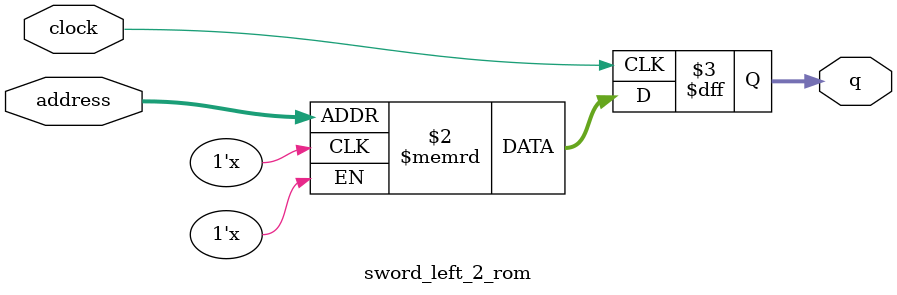
<source format=sv>
module sword_left_2_rom (
	input logic clock,
	input logic [9:0] address,
	output logic [2:0] q
);

logic [2:0] memory [0:1023] /* synthesis ram_init_file = "./sword_left_2/sword_left_2.mif" */;

always_ff @ (posedge clock) begin
	q <= memory[address];
end

endmodule

</source>
